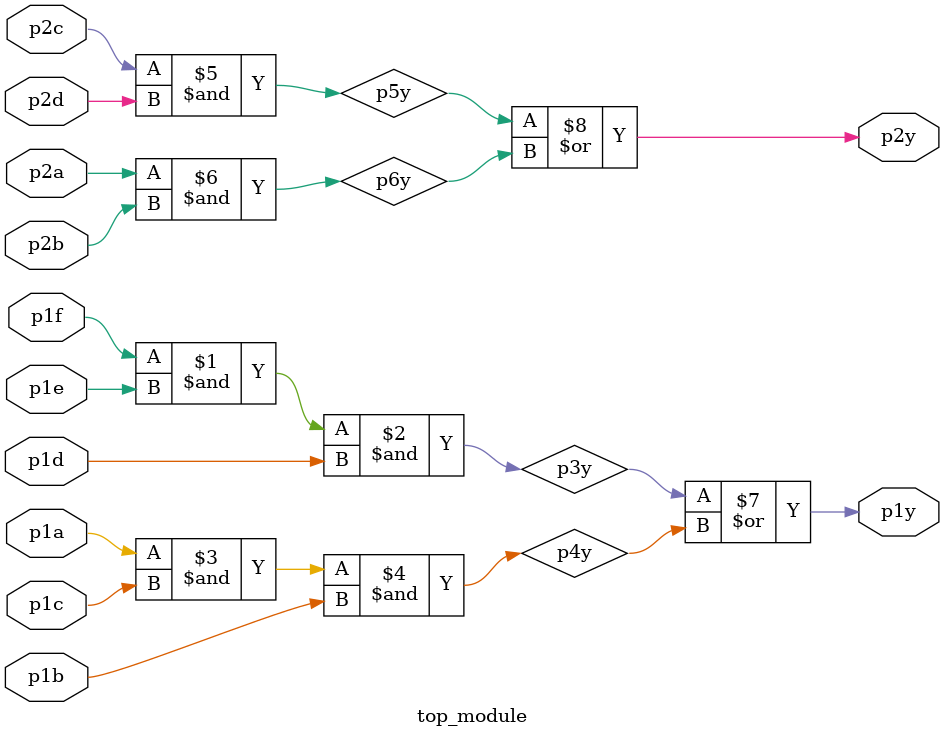
<source format=v>
module top_module ( 
    input p1a, p1b, p1c, p1d, p1e, p1f,
    output p1y,
    input p2a, p2b, p2c, p2d,
    output p2y );
    
    wire p3y = (p1f & p1e & p1d);
    wire p4y = (p1a & p1c & p1b);
    wire p5y = (p2c & p2d);
    wire p6y = (p2a & p2b);
    
    assign p1y = p3y|p4y;
    assign p2y = p5y|p6y;
    
endmodule
</source>
